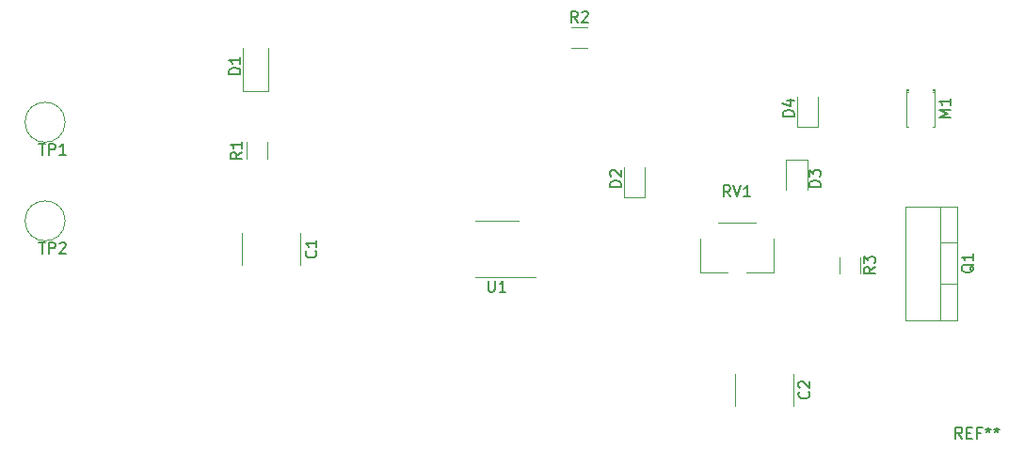
<source format=gbr>
%TF.GenerationSoftware,KiCad,Pcbnew,(5.1.9)-1*%
%TF.CreationDate,2021-03-19T17:10:50+05:30*%
%TF.ProjectId,PWM Based DC Motor Speed Controller,50574d20-4261-4736-9564-204443204d6f,rev?*%
%TF.SameCoordinates,Original*%
%TF.FileFunction,Legend,Top*%
%TF.FilePolarity,Positive*%
%FSLAX46Y46*%
G04 Gerber Fmt 4.6, Leading zero omitted, Abs format (unit mm)*
G04 Created by KiCad (PCBNEW (5.1.9)-1) date 2021-03-19 17:10:50*
%MOMM*%
%LPD*%
G01*
G04 APERTURE LIST*
%ADD10C,0.120000*%
%ADD11C,0.150000*%
G04 APERTURE END LIST*
D10*
%TO.C,U1*%
X132080000Y-96500000D02*
X130130000Y-96500000D01*
X132080000Y-96500000D02*
X134030000Y-96500000D01*
X132080000Y-101620000D02*
X130130000Y-101620000D01*
X132080000Y-101620000D02*
X135530000Y-101620000D01*
%TO.C,TP2*%
X93240000Y-96520000D02*
G75*
G03*
X93240000Y-96520000I-1800000J0D01*
G01*
%TO.C,TP1*%
X93240000Y-87630000D02*
G75*
G03*
X93240000Y-87630000I-1800000J0D01*
G01*
%TO.C,RV1*%
X151965000Y-96650000D02*
X155375000Y-96650000D01*
X150375000Y-101210000D02*
X152835000Y-101210000D01*
X154505000Y-101210000D02*
X156965000Y-101210000D01*
X150375000Y-98156000D02*
X150375000Y-101210000D01*
X156965000Y-98156000D02*
X156965000Y-101210000D01*
%TO.C,R3*%
X164740000Y-99795436D02*
X164740000Y-101249564D01*
X162920000Y-99795436D02*
X162920000Y-101249564D01*
%TO.C,R2*%
X138780436Y-79100000D02*
X140234564Y-79100000D01*
X138780436Y-80920000D02*
X140234564Y-80920000D01*
%TO.C,R1*%
X109580000Y-90897064D02*
X109580000Y-89442936D01*
X111400000Y-90897064D02*
X111400000Y-89442936D01*
%TO.C,Q1*%
X173450000Y-95210000D02*
X173450000Y-105450000D01*
X168809000Y-95210000D02*
X168809000Y-105450000D01*
X173450000Y-95210000D02*
X168809000Y-95210000D01*
X173450000Y-105450000D02*
X168809000Y-105450000D01*
X171940000Y-95210000D02*
X171940000Y-105450000D01*
X173450000Y-98480000D02*
X171940000Y-98480000D01*
X173450000Y-102181000D02*
X171940000Y-102181000D01*
%TO.C,M1*%
X171440000Y-84650000D02*
X171440000Y-88070000D01*
X168920000Y-84650000D02*
X168920000Y-88070000D01*
X171440000Y-84650000D02*
X171260000Y-84650000D01*
X169100000Y-84650000D02*
X168920000Y-84650000D01*
X171440000Y-88070000D02*
X171275000Y-88070000D01*
X169085000Y-88070000D02*
X168920000Y-88070000D01*
X171440000Y-84770000D02*
X171260000Y-84770000D01*
X169100000Y-84770000D02*
X168920000Y-84770000D01*
X171440000Y-84890000D02*
X171260000Y-84890000D01*
X169100000Y-84890000D02*
X168920000Y-84890000D01*
%TO.C,D4*%
X159060000Y-85360000D02*
X159060000Y-88045000D01*
X159060000Y-88045000D02*
X160980000Y-88045000D01*
X160980000Y-88045000D02*
X160980000Y-85360000D01*
%TO.C,D3*%
X160042500Y-93710000D02*
X160042500Y-91025000D01*
X160042500Y-91025000D02*
X158122500Y-91025000D01*
X158122500Y-91025000D02*
X158122500Y-93710000D01*
%TO.C,D2*%
X143487500Y-91710000D02*
X143487500Y-94395000D01*
X143487500Y-94395000D02*
X145407500Y-94395000D01*
X145407500Y-94395000D02*
X145407500Y-91710000D01*
%TO.C,D1*%
X109225000Y-80950000D02*
X109225000Y-84835000D01*
X109225000Y-84835000D02*
X111495000Y-84835000D01*
X111495000Y-84835000D02*
X111495000Y-80950000D01*
%TO.C,C2*%
X158722500Y-110344252D02*
X158722500Y-113175748D01*
X153502500Y-110344252D02*
X153502500Y-113175748D01*
%TO.C,C1*%
X114370000Y-97644252D02*
X114370000Y-100475748D01*
X109150000Y-97644252D02*
X109150000Y-100475748D01*
%TO.C,REF\u002A\u002A*%
D11*
X173926666Y-116132380D02*
X173593333Y-115656190D01*
X173355238Y-116132380D02*
X173355238Y-115132380D01*
X173736190Y-115132380D01*
X173831428Y-115180000D01*
X173879047Y-115227619D01*
X173926666Y-115322857D01*
X173926666Y-115465714D01*
X173879047Y-115560952D01*
X173831428Y-115608571D01*
X173736190Y-115656190D01*
X173355238Y-115656190D01*
X174355238Y-115608571D02*
X174688571Y-115608571D01*
X174831428Y-116132380D02*
X174355238Y-116132380D01*
X174355238Y-115132380D01*
X174831428Y-115132380D01*
X175593333Y-115608571D02*
X175260000Y-115608571D01*
X175260000Y-116132380D02*
X175260000Y-115132380D01*
X175736190Y-115132380D01*
X176260000Y-115132380D02*
X176260000Y-115370476D01*
X176021904Y-115275238D02*
X176260000Y-115370476D01*
X176498095Y-115275238D01*
X176117142Y-115560952D02*
X176260000Y-115370476D01*
X176402857Y-115560952D01*
X177021904Y-115132380D02*
X177021904Y-115370476D01*
X176783809Y-115275238D02*
X177021904Y-115370476D01*
X177260000Y-115275238D01*
X176879047Y-115560952D02*
X177021904Y-115370476D01*
X177164761Y-115560952D01*
%TO.C,U1*%
X131318095Y-101912380D02*
X131318095Y-102721904D01*
X131365714Y-102817142D01*
X131413333Y-102864761D01*
X131508571Y-102912380D01*
X131699047Y-102912380D01*
X131794285Y-102864761D01*
X131841904Y-102817142D01*
X131889523Y-102721904D01*
X131889523Y-101912380D01*
X132889523Y-102912380D02*
X132318095Y-102912380D01*
X132603809Y-102912380D02*
X132603809Y-101912380D01*
X132508571Y-102055238D01*
X132413333Y-102150476D01*
X132318095Y-102198095D01*
%TO.C,TP2*%
X90878095Y-98472380D02*
X91449523Y-98472380D01*
X91163809Y-99472380D02*
X91163809Y-98472380D01*
X91782857Y-99472380D02*
X91782857Y-98472380D01*
X92163809Y-98472380D01*
X92259047Y-98520000D01*
X92306666Y-98567619D01*
X92354285Y-98662857D01*
X92354285Y-98805714D01*
X92306666Y-98900952D01*
X92259047Y-98948571D01*
X92163809Y-98996190D01*
X91782857Y-98996190D01*
X92735238Y-98567619D02*
X92782857Y-98520000D01*
X92878095Y-98472380D01*
X93116190Y-98472380D01*
X93211428Y-98520000D01*
X93259047Y-98567619D01*
X93306666Y-98662857D01*
X93306666Y-98758095D01*
X93259047Y-98900952D01*
X92687619Y-99472380D01*
X93306666Y-99472380D01*
%TO.C,TP1*%
X90878095Y-89582380D02*
X91449523Y-89582380D01*
X91163809Y-90582380D02*
X91163809Y-89582380D01*
X91782857Y-90582380D02*
X91782857Y-89582380D01*
X92163809Y-89582380D01*
X92259047Y-89630000D01*
X92306666Y-89677619D01*
X92354285Y-89772857D01*
X92354285Y-89915714D01*
X92306666Y-90010952D01*
X92259047Y-90058571D01*
X92163809Y-90106190D01*
X91782857Y-90106190D01*
X93306666Y-90582380D02*
X92735238Y-90582380D01*
X93020952Y-90582380D02*
X93020952Y-89582380D01*
X92925714Y-89725238D01*
X92830476Y-89820476D01*
X92735238Y-89868095D01*
%TO.C,RV1*%
X153074761Y-94327380D02*
X152741428Y-93851190D01*
X152503333Y-94327380D02*
X152503333Y-93327380D01*
X152884285Y-93327380D01*
X152979523Y-93375000D01*
X153027142Y-93422619D01*
X153074761Y-93517857D01*
X153074761Y-93660714D01*
X153027142Y-93755952D01*
X152979523Y-93803571D01*
X152884285Y-93851190D01*
X152503333Y-93851190D01*
X153360476Y-93327380D02*
X153693809Y-94327380D01*
X154027142Y-93327380D01*
X154884285Y-94327380D02*
X154312857Y-94327380D01*
X154598571Y-94327380D02*
X154598571Y-93327380D01*
X154503333Y-93470238D01*
X154408095Y-93565476D01*
X154312857Y-93613095D01*
%TO.C,R3*%
X166102380Y-100689166D02*
X165626190Y-101022500D01*
X166102380Y-101260595D02*
X165102380Y-101260595D01*
X165102380Y-100879642D01*
X165150000Y-100784404D01*
X165197619Y-100736785D01*
X165292857Y-100689166D01*
X165435714Y-100689166D01*
X165530952Y-100736785D01*
X165578571Y-100784404D01*
X165626190Y-100879642D01*
X165626190Y-101260595D01*
X165102380Y-100355833D02*
X165102380Y-99736785D01*
X165483333Y-100070119D01*
X165483333Y-99927261D01*
X165530952Y-99832023D01*
X165578571Y-99784404D01*
X165673809Y-99736785D01*
X165911904Y-99736785D01*
X166007142Y-99784404D01*
X166054761Y-99832023D01*
X166102380Y-99927261D01*
X166102380Y-100212976D01*
X166054761Y-100308214D01*
X166007142Y-100355833D01*
%TO.C,R2*%
X139340833Y-78642380D02*
X139007500Y-78166190D01*
X138769404Y-78642380D02*
X138769404Y-77642380D01*
X139150357Y-77642380D01*
X139245595Y-77690000D01*
X139293214Y-77737619D01*
X139340833Y-77832857D01*
X139340833Y-77975714D01*
X139293214Y-78070952D01*
X139245595Y-78118571D01*
X139150357Y-78166190D01*
X138769404Y-78166190D01*
X139721785Y-77737619D02*
X139769404Y-77690000D01*
X139864642Y-77642380D01*
X140102738Y-77642380D01*
X140197976Y-77690000D01*
X140245595Y-77737619D01*
X140293214Y-77832857D01*
X140293214Y-77928095D01*
X140245595Y-78070952D01*
X139674166Y-78642380D01*
X140293214Y-78642380D01*
%TO.C,R1*%
X109122380Y-90336666D02*
X108646190Y-90670000D01*
X109122380Y-90908095D02*
X108122380Y-90908095D01*
X108122380Y-90527142D01*
X108170000Y-90431904D01*
X108217619Y-90384285D01*
X108312857Y-90336666D01*
X108455714Y-90336666D01*
X108550952Y-90384285D01*
X108598571Y-90431904D01*
X108646190Y-90527142D01*
X108646190Y-90908095D01*
X109122380Y-89384285D02*
X109122380Y-89955714D01*
X109122380Y-89670000D02*
X108122380Y-89670000D01*
X108265238Y-89765238D01*
X108360476Y-89860476D01*
X108408095Y-89955714D01*
%TO.C,Q1*%
X174997619Y-100425238D02*
X174950000Y-100520476D01*
X174854761Y-100615714D01*
X174711904Y-100758571D01*
X174664285Y-100853809D01*
X174664285Y-100949047D01*
X174902380Y-100901428D02*
X174854761Y-100996666D01*
X174759523Y-101091904D01*
X174569047Y-101139523D01*
X174235714Y-101139523D01*
X174045238Y-101091904D01*
X173950000Y-100996666D01*
X173902380Y-100901428D01*
X173902380Y-100710952D01*
X173950000Y-100615714D01*
X174045238Y-100520476D01*
X174235714Y-100472857D01*
X174569047Y-100472857D01*
X174759523Y-100520476D01*
X174854761Y-100615714D01*
X174902380Y-100710952D01*
X174902380Y-100901428D01*
X174902380Y-99520476D02*
X174902380Y-100091904D01*
X174902380Y-99806190D02*
X173902380Y-99806190D01*
X174045238Y-99901428D01*
X174140476Y-99996666D01*
X174188095Y-100091904D01*
%TO.C,M1*%
X172892380Y-87169523D02*
X171892380Y-87169523D01*
X172606666Y-86836190D01*
X171892380Y-86502857D01*
X172892380Y-86502857D01*
X172892380Y-85502857D02*
X172892380Y-86074285D01*
X172892380Y-85788571D02*
X171892380Y-85788571D01*
X172035238Y-85883809D01*
X172130476Y-85979047D01*
X172178095Y-86074285D01*
%TO.C,D4*%
X158822380Y-87098095D02*
X157822380Y-87098095D01*
X157822380Y-86860000D01*
X157870000Y-86717142D01*
X157965238Y-86621904D01*
X158060476Y-86574285D01*
X158250952Y-86526666D01*
X158393809Y-86526666D01*
X158584285Y-86574285D01*
X158679523Y-86621904D01*
X158774761Y-86717142D01*
X158822380Y-86860000D01*
X158822380Y-87098095D01*
X158155714Y-85669523D02*
X158822380Y-85669523D01*
X157774761Y-85907619D02*
X158489047Y-86145714D01*
X158489047Y-85526666D01*
%TO.C,D3*%
X161184880Y-93448095D02*
X160184880Y-93448095D01*
X160184880Y-93210000D01*
X160232500Y-93067142D01*
X160327738Y-92971904D01*
X160422976Y-92924285D01*
X160613452Y-92876666D01*
X160756309Y-92876666D01*
X160946785Y-92924285D01*
X161042023Y-92971904D01*
X161137261Y-93067142D01*
X161184880Y-93210000D01*
X161184880Y-93448095D01*
X160184880Y-92543333D02*
X160184880Y-91924285D01*
X160565833Y-92257619D01*
X160565833Y-92114761D01*
X160613452Y-92019523D01*
X160661071Y-91971904D01*
X160756309Y-91924285D01*
X160994404Y-91924285D01*
X161089642Y-91971904D01*
X161137261Y-92019523D01*
X161184880Y-92114761D01*
X161184880Y-92400476D01*
X161137261Y-92495714D01*
X161089642Y-92543333D01*
%TO.C,D2*%
X143249880Y-93448095D02*
X142249880Y-93448095D01*
X142249880Y-93210000D01*
X142297500Y-93067142D01*
X142392738Y-92971904D01*
X142487976Y-92924285D01*
X142678452Y-92876666D01*
X142821309Y-92876666D01*
X143011785Y-92924285D01*
X143107023Y-92971904D01*
X143202261Y-93067142D01*
X143249880Y-93210000D01*
X143249880Y-93448095D01*
X142345119Y-92495714D02*
X142297500Y-92448095D01*
X142249880Y-92352857D01*
X142249880Y-92114761D01*
X142297500Y-92019523D01*
X142345119Y-91971904D01*
X142440357Y-91924285D01*
X142535595Y-91924285D01*
X142678452Y-91971904D01*
X143249880Y-92543333D01*
X143249880Y-91924285D01*
%TO.C,D1*%
X108992380Y-83288095D02*
X107992380Y-83288095D01*
X107992380Y-83050000D01*
X108040000Y-82907142D01*
X108135238Y-82811904D01*
X108230476Y-82764285D01*
X108420952Y-82716666D01*
X108563809Y-82716666D01*
X108754285Y-82764285D01*
X108849523Y-82811904D01*
X108944761Y-82907142D01*
X108992380Y-83050000D01*
X108992380Y-83288095D01*
X108992380Y-81764285D02*
X108992380Y-82335714D01*
X108992380Y-82050000D02*
X107992380Y-82050000D01*
X108135238Y-82145238D01*
X108230476Y-82240476D01*
X108278095Y-82335714D01*
%TO.C,C2*%
X160119642Y-111926666D02*
X160167261Y-111974285D01*
X160214880Y-112117142D01*
X160214880Y-112212380D01*
X160167261Y-112355238D01*
X160072023Y-112450476D01*
X159976785Y-112498095D01*
X159786309Y-112545714D01*
X159643452Y-112545714D01*
X159452976Y-112498095D01*
X159357738Y-112450476D01*
X159262500Y-112355238D01*
X159214880Y-112212380D01*
X159214880Y-112117142D01*
X159262500Y-111974285D01*
X159310119Y-111926666D01*
X159310119Y-111545714D02*
X159262500Y-111498095D01*
X159214880Y-111402857D01*
X159214880Y-111164761D01*
X159262500Y-111069523D01*
X159310119Y-111021904D01*
X159405357Y-110974285D01*
X159500595Y-110974285D01*
X159643452Y-111021904D01*
X160214880Y-111593333D01*
X160214880Y-110974285D01*
%TO.C,C1*%
X115767142Y-99226666D02*
X115814761Y-99274285D01*
X115862380Y-99417142D01*
X115862380Y-99512380D01*
X115814761Y-99655238D01*
X115719523Y-99750476D01*
X115624285Y-99798095D01*
X115433809Y-99845714D01*
X115290952Y-99845714D01*
X115100476Y-99798095D01*
X115005238Y-99750476D01*
X114910000Y-99655238D01*
X114862380Y-99512380D01*
X114862380Y-99417142D01*
X114910000Y-99274285D01*
X114957619Y-99226666D01*
X115862380Y-98274285D02*
X115862380Y-98845714D01*
X115862380Y-98560000D02*
X114862380Y-98560000D01*
X115005238Y-98655238D01*
X115100476Y-98750476D01*
X115148095Y-98845714D01*
%TD*%
M02*

</source>
